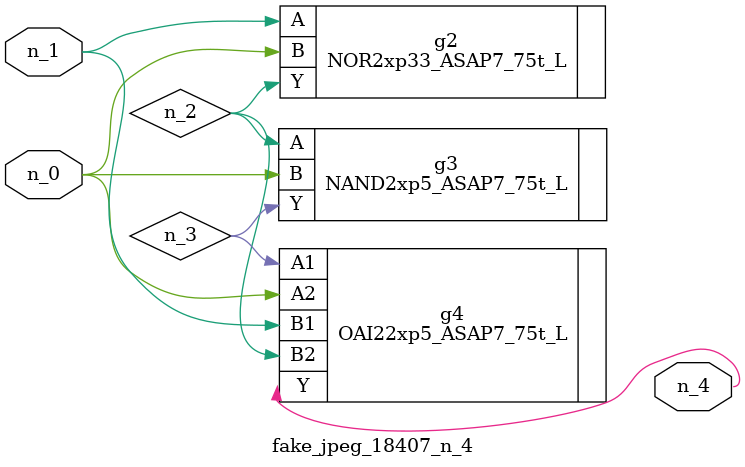
<source format=v>
module fake_jpeg_18407_n_4 (n_0, n_1, n_4);

input n_0;
input n_1;

output n_4;

wire n_2;
wire n_3;

NOR2xp33_ASAP7_75t_L g2 ( 
.A(n_1),
.B(n_0),
.Y(n_2)
);

NAND2xp5_ASAP7_75t_L g3 ( 
.A(n_2),
.B(n_0),
.Y(n_3)
);

OAI22xp5_ASAP7_75t_L g4 ( 
.A1(n_3),
.A2(n_0),
.B1(n_1),
.B2(n_2),
.Y(n_4)
);


endmodule
</source>
